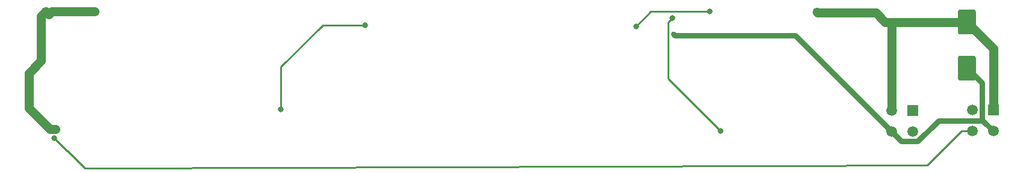
<source format=gbr>
%TF.GenerationSoftware,KiCad,Pcbnew,(5.1.6)-1*%
%TF.CreationDate,2020-11-25T12:03:05+11:00*%
%TF.ProjectId,HUD VID RCD Panel PCB V1,48554420-5649-4442-9052-43442050616e,rev?*%
%TF.SameCoordinates,Original*%
%TF.FileFunction,Copper,L2,Bot*%
%TF.FilePolarity,Positive*%
%FSLAX46Y46*%
G04 Gerber Fmt 4.6, Leading zero omitted, Abs format (unit mm)*
G04 Created by KiCad (PCBNEW (5.1.6)-1) date 2020-11-25 12:03:05*
%MOMM*%
%LPD*%
G01*
G04 APERTURE LIST*
%TA.AperFunction,ComponentPad*%
%ADD10C,1.520000*%
%TD*%
%TA.AperFunction,ComponentPad*%
%ADD11R,1.520000X1.520000*%
%TD*%
%TA.AperFunction,ViaPad*%
%ADD12C,0.800000*%
%TD*%
%TA.AperFunction,ViaPad*%
%ADD13C,0.750000*%
%TD*%
%TA.AperFunction,ViaPad*%
%ADD14C,1.250000*%
%TD*%
%TA.AperFunction,Conductor*%
%ADD15C,0.250000*%
%TD*%
%TA.AperFunction,Conductor*%
%ADD16C,0.750000*%
%TD*%
%TA.AperFunction,Conductor*%
%ADD17C,1.250000*%
%TD*%
G04 APERTURE END LIST*
D10*
%TO.P,J2,4*%
%TO.N,/LEDGround*%
X182166001Y-86464399D03*
%TO.P,J2,3*%
%TO.N,Net-(D16-Pad2)*%
X185166000Y-86464399D03*
%TO.P,J2,2*%
%TO.N,/LED+5V*%
X182166001Y-83464400D03*
D11*
%TO.P,J2,1*%
%TO.N,Net-(J1-Pad2)*%
X185166000Y-83464400D03*
%TD*%
D10*
%TO.P,J1,4*%
%TO.N,Net-(D1-Pad4)*%
X193494001Y-86413599D03*
%TO.P,J1,3*%
%TO.N,/LEDGround*%
X196494000Y-86413599D03*
%TO.P,J1,2*%
%TO.N,Net-(J1-Pad2)*%
X193494001Y-83413600D03*
D11*
%TO.P,J1,1*%
%TO.N,/LED+5V*%
X196494000Y-83413600D03*
%TD*%
%TO.P,C1,2*%
%TO.N,/LEDGround*%
%TA.AperFunction,SMDPad,CuDef*%
G36*
G01*
X191735000Y-75768400D02*
X193735000Y-75768400D01*
G75*
G02*
X193985000Y-76018400I0J-250000D01*
G01*
X193985000Y-79018400D01*
G75*
G02*
X193735000Y-79268400I-250000J0D01*
G01*
X191735000Y-79268400D01*
G75*
G02*
X191485000Y-79018400I0J250000D01*
G01*
X191485000Y-76018400D01*
G75*
G02*
X191735000Y-75768400I250000J0D01*
G01*
G37*
%TD.AperFunction*%
%TO.P,C1,1*%
%TO.N,/LED+5V*%
%TA.AperFunction,SMDPad,CuDef*%
G36*
G01*
X191735000Y-69268400D02*
X193735000Y-69268400D01*
G75*
G02*
X193985000Y-69518400I0J-250000D01*
G01*
X193985000Y-72518400D01*
G75*
G02*
X193735000Y-72768400I-250000J0D01*
G01*
X191735000Y-72768400D01*
G75*
G02*
X191485000Y-72518400I0J250000D01*
G01*
X191485000Y-69518400D01*
G75*
G02*
X191735000Y-69268400I250000J0D01*
G01*
G37*
%TD.AperFunction*%
%TD*%
D12*
%TO.N,Net-(D1-Pad4)*%
X64494900Y-87355300D03*
%TO.N,Net-(D5-Pad2)*%
X108197900Y-71466700D03*
X96353800Y-83310800D03*
%TO.N,Net-(D11-Pad2)*%
X151313200Y-70491400D03*
X158131400Y-86397500D03*
%TO.N,Net-(D12-Pad2)*%
X156603900Y-69500700D03*
X146240600Y-71601500D03*
D13*
%TO.N,/LEDGround*%
X151501300Y-72720000D03*
X165494100Y-72923200D03*
D14*
%TO.N,/LED+5V*%
X171704300Y-69646800D03*
X70182900Y-69494400D03*
X63274100Y-69545200D03*
X64641300Y-86090900D03*
X179930200Y-69672400D03*
%TD*%
D15*
%TO.N,Net-(D1-Pad4)*%
X191951100Y-86413600D02*
X193494000Y-86413600D01*
X187185983Y-91178717D02*
X191951100Y-86413600D01*
X66290700Y-89151100D02*
X66341900Y-89151100D01*
X64494900Y-87355300D02*
X66290700Y-89151100D01*
X66341900Y-89151100D02*
X68783200Y-91592400D01*
X72256755Y-91592400D02*
X187185983Y-91178717D01*
X68783200Y-91592400D02*
X72256755Y-91592400D01*
%TO.N,Net-(D5-Pad2)*%
X108197900Y-71466700D02*
X102218500Y-71466700D01*
X96353800Y-77331400D02*
X96353800Y-83310800D01*
X102218500Y-71466700D02*
X96353800Y-77331400D01*
%TO.N,Net-(D11-Pad2)*%
X158131400Y-86397500D02*
X150751300Y-79017400D01*
X150751300Y-79017400D02*
X150751300Y-71053300D01*
X150751300Y-71053300D02*
X151313200Y-70491400D01*
%TO.N,Net-(D12-Pad2)*%
X146240600Y-71601500D02*
X148341400Y-69500700D01*
X148341400Y-69500700D02*
X156603900Y-69500700D01*
D16*
%TO.N,/LEDGround*%
X165494100Y-72923200D02*
X151704500Y-72923200D01*
X151704500Y-72923200D02*
X151501300Y-72720000D01*
X182166000Y-86464400D02*
X168624800Y-72923200D01*
X168624800Y-72923200D02*
X165494100Y-72923200D01*
X194849200Y-84909700D02*
X188750300Y-84909700D01*
X188750300Y-84909700D02*
X185848700Y-87811300D01*
X185848700Y-87811300D02*
X183512900Y-87811300D01*
X183512900Y-87811300D02*
X182166000Y-86464400D01*
X196494000Y-86413600D02*
X194990100Y-84909700D01*
X194990100Y-84909700D02*
X194849200Y-84909700D01*
X192735000Y-77518400D02*
X194849200Y-79632600D01*
X194849200Y-79632600D02*
X194849200Y-84909700D01*
D17*
%TO.N,/LED+5V*%
X179930200Y-69672400D02*
X171729900Y-69672400D01*
X171729900Y-69672400D02*
X171704300Y-69646800D01*
X182166000Y-71018400D02*
X181276200Y-71018400D01*
X181276200Y-71018400D02*
X179930200Y-69672400D01*
X192735000Y-71018400D02*
X182166000Y-71018400D01*
X182166000Y-83464400D02*
X182166000Y-71018400D01*
X196494000Y-83413600D02*
X196494000Y-74777400D01*
X196494000Y-74777400D02*
X192735000Y-71018400D01*
X63274100Y-69545200D02*
X63691600Y-69962700D01*
X70182900Y-69494400D02*
X64159900Y-69494400D01*
X64159900Y-69494400D02*
X63691600Y-69962700D01*
X62649101Y-70170199D02*
X62649101Y-76492099D01*
X63274100Y-69545200D02*
X62649101Y-70170199D01*
X62649101Y-76492099D02*
X60909200Y-78232000D01*
X60909200Y-83132600D02*
X63906899Y-86130299D01*
X60909200Y-78232000D02*
X60909200Y-83132600D01*
X63946298Y-86090900D02*
X63906899Y-86130299D01*
X64641300Y-86090900D02*
X63946298Y-86090900D01*
%TD*%
M02*

</source>
